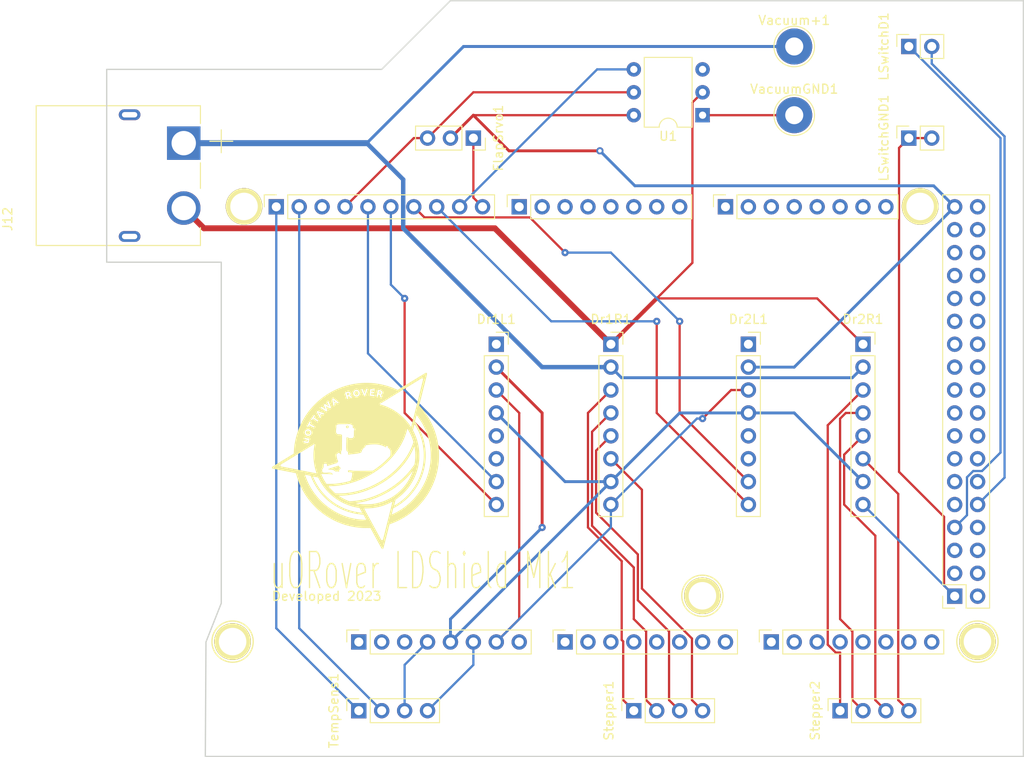
<source format=kicad_pcb>
(kicad_pcb (version 20211014) (generator pcbnew)
  (title_block (title "Life Detection Shield Mk.1") (date "mar. 31 mars 2015") (company "Designed by: Maxime Couture & Yadah Ngolo"))
  (layers (0 "F.Cu" signal) (31 "B.Cu" signal) (34 "B.Paste" user) (35 "F.Paste" user) (36 "B.SilkS" user "B.Silkscreen") (37 "F.SilkS" user "F.Silkscreen") (38 "B.Mask" user) (39 "F.Mask" user) (44 "Edge.Cuts" user))
  (net 0 "")
  (net 1 "GND")
  (net 2 "/*52")
  (net 3 "/53")
  (net 4 "/50")
  (net 5 "/51")
  (net 6 "/48")
  (net 7 "/49")
  (net 8 "/*46")
  (net 9 "/47")
  (net 10 "/*44")
  (net 11 "/*45")
  (net 12 "/42")
  (net 13 "/43")
  (net 14 "/40")
  (net 15 "/41")
  (net 16 "/38")
  (net 17 "/39")
  (net 18 "/36")
  (net 19 "/37")
  (net 20 "/34")
  (net 21 "/35")
  (net 22 "/32")
  (net 23 "/33")
  (net 24 "/30")
  (net 25 "/31")
  (net 26 "/28")
  (net 27 "/29")
  (net 28 "/26")
  (net 29 "/27")
  (net 30 "/24")
  (net 31 "/25")
  (net 32 "/22")
  (net 33 "/23")
  (net 34 "+5V")
  (net 35 "/IOREF")
  (net 36 "/A0")
  (net 37 "/A1")
  (net 38 "/A2")
  (net 39 "/A3")
  (net 40 "/A4")
  (net 41 "/A5")
  (net 42 "/A6")
  (net 43 "/A7")
  (net 44 "/A8")
  (net 45 "/A9")
  (net 46 "/A10")
  (net 47 "/A11")
  (net 48 "/A12")
  (net 49 "/A13")
  (net 50 "/A14")
  (net 51 "/A15")
  (net 52 "/AREF")
  (net 53 "/*13")
  (net 54 "/*12")
  (net 55 "/*11")
  (net 56 "/*10")
  (net 57 "/*9")
  (net 58 "/*8")
  (net 59 "/*7")
  (net 60 "/*6")
  (net 61 "/*5")
  (net 62 "/*4")
  (net 63 "/*3")
  (net 64 "/*2")
  (net 65 "/TX0{slash}1")
  (net 66 "/RX0{slash}0")
  (net 67 "+3V3")
  (net 68 "/TX3{slash}14")
  (net 69 "/RX3{slash}15")
  (net 70 "/TX2{slash}16")
  (net 71 "/RX2{slash}17")
  (net 72 "/TX1{slash}18")
  (net 73 "/RX1{slash}19")
  (net 74 "/SDA{slash}20")
  (net 75 "/SCL{slash}21")
  (net 76 "VCC")
  (net 77 "/~{RESET}")
  (net 79 "Net-(Dr1R1-Pad3)")
  (net 80 "Net-(Dr1R1-Pad4)")
  (net 81 "Net-(Dr1R1-Pad5)")
  (net 82 "Net-(Dr1R1-Pad6)")
  (net 83 "Net-(Dr2R1-Pad3)")
  (net 84 "Net-(Dr2R1-Pad4)")
  (net 85 "Net-(Dr2R1-Pad5)")
  (net 89 "Net-(Dr1R1-Pad1)")
  (net 90 "Net-(Dr2R1-Pad6)")
  (net 94 "Net-(Dr1R1-Pad2)")
  (net 96 "Net-(U1-Pad1)")
  (footprint "Connector_PinSocket_2.54mm:PinSocket_2x18_P2.54mm_Vertical" (layer "F.Cu") (at 209.22 127.94 180)
    (fp_text reference "J7" hide)
    (fp_text value "Digital")
    (pad "1" thru_hole rect locked (at 0 0 180) (size 1.7 1.7) (drill 1) (layers *.Cu *.Mask) (net 1 "GND"))
    (pad "2" thru_hole oval locked (at -2.54 0 180) (size 1.7 1.7) (drill 1) (layers *.Cu *.Mask) (net 1 "GND"))
    (pad "3" thru_hole oval locked (at 0 2.54 180) (size 1.7 1.7) (drill 1) (layers *.Cu *.Mask) (net 2 "/*52"))
    (pad "4" thru_hole oval locked (at -2.54 2.54 180) (size 1.7 1.7) (drill 1) (layers *.Cu *.Mask) (net 3 "/53"))
    (pad "5" thru_hole oval locked (at 0 5.08 180) (size 1.7 1.7) (drill 1) (layers *.Cu *.Mask) (net 4 "/50"))
    (pad "6" thru_hole oval locked (at -2.54 5.08 180) (size 1.7 1.7) (drill 1) (layers *.Cu *.Mask) (net 5 "/51"))
    (pad "7" thru_hole oval locked (at 0 7.62 180) (size 1.7 1.7) (drill 1) (layers *.Cu *.Mask) (net 6 "/48"))
    (pad "8" thru_hole oval locked (at -2.54 7.62 180) (size 1.7 1.7) (drill 1) (layers *.Cu *.Mask) (net 7 "/49"))
    (pad "9" thru_hole oval locked (at 0 10.16 180) (size 1.7 1.7) (drill 1) (layers *.Cu *.Mask) (net 8 "/*46"))
    (pad "10" thru_hole oval locked (at -2.54 10.16 180) (size 1.7 1.7) (drill 1) (layers *.Cu *.Mask) (net 9 "/47"))
    (pad "11" thru_hole oval locked (at 0 12.7 180) (size 1.7 1.7) (drill 1) (layers *.Cu *.Mask) (net 10 "/*44"))
    (pad "12" thru_hole oval locked (at -2.54 12.7 180) (size 1.7 1.7) (drill 1) (layers *.Cu *.Mask) (net 11 "/*45"))
    (pad "13" thru_hole oval locked (at 0 15.24 180) (size 1.7 1.7) (drill 1) (layers *.Cu *.Mask) (net 12 "/42"))
    (pad "14" thru_hole oval locked (at -2.54 15.24 180) (size 1.7 1.7) (drill 1) (layers *.Cu *.Mask) (net 13 "/43"))
    (pad "15" thru_hole oval locked (at 0 17.78 180) (size 1.7 1.7) (drill 1) (layers *.Cu *.Mask) (net 14 "/40"))
    (pad "16" thru_hole oval locked (at -2.54 17.78 180) (size 1.7 1.7) (drill 1) (layers *.Cu *.Mask) (net 15 "/41"))
    (pad "17" thru_hole oval locked (at 0 20.32 180) (size 1.7 1.7) (drill 1) (layers *.Cu *.Mask) (net 16 "/38"))
    (pad "18" thru_hole oval locked (at -2.54 20.32 180) (size 1.7 1.7) (drill 1) (layers *.Cu *.Mask) (net 17 "/39"))
    (pad "19" thru_hole oval locked (at 0 22.86 180) (size 1.7 1.7) (drill 1) (layers *.Cu *.Mask) (net 18 "/36"))
    (pad "20" thru_hole oval locked (at -2.54 22.86 180) (size 1.7 1.7) (drill 1) (layers *.Cu *.Mask) (net 19 "/37"))
    (pad "21" thru_hole oval locked (at 0 25.4 180) (size 1.7 1.7) (drill 1) (layers *.Cu *.Mask) (net 20 "/34"))
    (pad "22" thru_hole oval locked (at -2.54 25.4 180) (size 1.7 1.7) (drill 1) (layers *.Cu *.Mask) (net 21 "/35"))
    (pad "23" thru_hole oval locked (at 0 27.94 180) (size 1.7 1.7) (drill 1) (layers *.Cu *.Mask) (net 22 "/32"))
    (pad "24" thru_hole oval locked (at -2.54 27.94 180) (size 1.7 1.7) (drill 1) (layers *.Cu *.Mask) (net 23 "/33"))
    (pad "25" thru_hole oval locked (at 0 30.48 180) (size 1.7 1.7) (drill 1) (layers *.Cu *.Mask) (net 24 "/30"))
    (pad "26" thru_hole oval locked (at -2.54 30.48 180) (size 1.7 1.7) (drill 1) (layers *.Cu *.Mask) (net 25 "/31"))
    (pad "27" thru_hole oval locked (at 0 33.02 180) (size 1.7 1.7) (drill 1) (layers *.Cu *.Mask) (net 26 "/28"))
    (pad "28" thru_hole oval locked (at -2.54 33.02 180) (size 1.7 1.7) (drill 1) (layers *.Cu *.Mask) (net 27 "/29"))
    (pad "29" thru_hole oval locked (at 0 35.56 180) (size 1.7 1.7) (drill 1) (layers *.Cu *.Mask) (net 28 "/26"))
    (pad "30" thru_hole oval locked (at -2.54 35.56 180) (size 1.7 1.7) (drill 1) (layers *.Cu *.Mask) (net 29 "/27"))
    (pad "31" thru_hole oval locked (at 0 38.1 180) (size 1.7 1.7) (drill 1) (layers *.Cu *.Mask) (net 30 "/24"))
    (pad "32" thru_hole oval locked (at -2.54 38.1 180) (size 1.7 1.7) (drill 1) (layers *.Cu *.Mask) (net 31 "/25"))
    (pad "33" thru_hole oval locked (at 0 40.64 180) (size 1.7 1.7) (drill 1) (layers *.Cu *.Mask) (net 32 "/22"))
    (pad "34" thru_hole oval locked (at -2.54 40.64 180) (size 1.7 1.7) (drill 1) (layers *.Cu *.Mask) (net 33 "/23"))
    (pad "35" thru_hole oval locked (at 0 43.18 180) (size 1.7 1.7) (drill 1) (layers *.Cu *.Mask) (net 34 "+5V"))
    (pad "36" thru_hole oval locked (at -2.54 43.18 180) (size 1.7 1.7) (drill 1) (layers *.Cu *.Mask) (net 34 "+5V"))
  )
  (footprint "Connector_PinSocket_2.54mm:PinSocket_1x08_P2.54mm_Vertical" (layer "F.Cu") (at 143.18 133.02 90)
    (fp_text reference "J1" hide)
    (fp_text value "Power")
    (pad "1" thru_hole rect locked (at 0 0 90) (size 1.7 1.7) (drill 1) (layers *.Cu *.Mask))
    (pad "2" thru_hole oval locked (at 0 2.54 90) (size 1.7 1.7) (drill 1) (layers *.Cu *.Mask) (net 35 "/IOREF"))
    (pad "3" thru_hole oval locked (at 0 5.08 90) (size 1.7 1.7) (drill 1) (layers *.Cu *.Mask) (net 77 "/~{RESET}"))
    (pad "4" thru_hole oval locked (at 0 7.62 90) (size 1.7 1.7) (drill 1) (layers *.Cu *.Mask) (net 67 "+3V3"))
    (pad "5" thru_hole oval locked (at 0 10.16 90) (size 1.7 1.7) (drill 1) (layers *.Cu *.Mask) (net 34 "+5V"))
    (pad "6" thru_hole oval locked (at 0 12.7 90) (size 1.7 1.7) (drill 1) (layers *.Cu *.Mask) (net 1 "GND"))
    (pad "7" thru_hole oval locked (at 0 15.24 90) (size 1.7 1.7) (drill 1) (layers *.Cu *.Mask) (net 1 "GND"))
    (pad "8" thru_hole oval locked (at 0 17.78 90) (size 1.7 1.7) (drill 1) (layers *.Cu *.Mask) (net 76 "VCC"))
  )
  (footprint "Connector_PinSocket_2.54mm:PinSocket_1x08_P2.54mm_Vertical" (layer "F.Cu") (at 166.04 133.02 90)
    (fp_text reference "J3" hide)
    (fp_text value "Analog")
    (pad "1" thru_hole rect locked (at 0 0 90) (size 1.7 1.7) (drill 1) (layers *.Cu *.Mask) (net 36 "/A0"))
    (pad "2" thru_hole oval locked (at 0 2.54 90) (size 1.7 1.7) (drill 1) (layers *.Cu *.Mask) (net 37 "/A1"))
    (pad "3" thru_hole oval locked (at 0 5.08 90) (size 1.7 1.7) (drill 1) (layers *.Cu *.Mask) (net 38 "/A2"))
    (pad "4" thru_hole oval locked (at 0 7.62 90) (size 1.7 1.7) (drill 1) (layers *.Cu *.Mask) (net 39 "/A3"))
    (pad "5" thru_hole oval locked (at 0 10.16 90) (size 1.7 1.7) (drill 1) (layers *.Cu *.Mask) (net 40 "/A4"))
    (pad "6" thru_hole oval locked (at 0 12.7 90) (size 1.7 1.7) (drill 1) (layers *.Cu *.Mask) (net 41 "/A5"))
    (pad "7" thru_hole oval locked (at 0 15.24 90) (size 1.7 1.7) (drill 1) (layers *.Cu *.Mask) (net 42 "/A6"))
    (pad "8" thru_hole oval locked (at 0 17.78 90) (size 1.7 1.7) (drill 1) (layers *.Cu *.Mask) (net 43 "/A7"))
  )
  (footprint "Connector_PinSocket_2.54mm:PinSocket_1x08_P2.54mm_Vertical" (layer "F.Cu") (at 188.9 133.02 90)
    (fp_text reference "J5" hide)
    (fp_text value "Analog")
    (pad "1" thru_hole rect locked (at 0 0 90) (size 1.7 1.7) (drill 1) (layers *.Cu *.Mask) (net 44 "/A8"))
    (pad "2" thru_hole oval locked (at 0 2.54 90) (size 1.7 1.7) (drill 1) (layers *.Cu *.Mask) (net 45 "/A9"))
    (pad "3" thru_hole oval locked (at 0 5.08 90) (size 1.7 1.7) (drill 1) (layers *.Cu *.Mask) (net 46 "/A10"))
    (pad "4" thru_hole oval locked (at 0 7.62 90) (size 1.7 1.7) (drill 1) (layers *.Cu *.Mask) (net 47 "/A11"))
    (pad "5" thru_hole oval locked (at 0 10.16 90) (size 1.7 1.7) (drill 1) (layers *.Cu *.Mask) (net 48 "/A12"))
    (pad "6" thru_hole oval locked (at 0 12.7 90) (size 1.7 1.7) (drill 1) (layers *.Cu *.Mask) (net 49 "/A13"))
    (pad "7" thru_hole oval locked (at 0 15.24 90) (size 1.7 1.7) (drill 1) (layers *.Cu *.Mask) (net 50 "/A14"))
    (pad "8" thru_hole oval locked (at 0 17.78 90) (size 1.7 1.7) (drill 1) (layers *.Cu *.Mask) (net 51 "/A15"))
  )
  (footprint "Connector_PinSocket_2.54mm:PinSocket_1x10_P2.54mm_Vertical" (layer "F.Cu") (at 134.036 84.76 90)
    (fp_text reference "J2" hide)
    (fp_text value "PWM")
    (pad "1" thru_hole rect locked (at 0 0 90) (size 1.7 1.7) (drill 1) (layers *.Cu *.Mask) (net 75 "/SCL{slash}21"))
    (pad "2" thru_hole oval locked (at 0 2.54 90) (size 1.7 1.7) (drill 1) (layers *.Cu *.Mask) (net 74 "/SDA{slash}20"))
    (pad "3" thru_hole oval locked (at 0 5.08 90) (size 1.7 1.7) (drill 1) (layers *.Cu *.Mask) (net 52 "/AREF"))
    (pad "4" thru_hole oval locked (at 0 7.62 90) (size 1.7 1.7) (drill 1) (layers *.Cu *.Mask) (net 1 "GND"))
    (pad "5" thru_hole oval locked (at 0 10.16 90) (size 1.7 1.7) (drill 1) (layers *.Cu *.Mask) (net 53 "/*13"))
    (pad "6" thru_hole oval locked (at 0 12.7 90) (size 1.7 1.7) (drill 1) (layers *.Cu *.Mask) (net 54 "/*12"))
    (pad "7" thru_hole oval locked (at 0 15.24 90) (size 1.7 1.7) (drill 1) (layers *.Cu *.Mask) (net 55 "/*11"))
    (pad "8" thru_hole oval locked (at 0 17.78 90) (size 1.7 1.7) (drill 1) (layers *.Cu *.Mask) (net 56 "/*10"))
    (pad "9" thru_hole oval locked (at 0 20.32 90) (size 1.7 1.7) (drill 1) (layers *.Cu *.Mask) (net 57 "/*9"))
    (pad "10" thru_hole oval locked (at 0 22.86 90) (size 1.7 1.7) (drill 1) (layers *.Cu *.Mask) (net 58 "/*8"))
  )
  (footprint "Connector_PinSocket_2.54mm:PinSocket_1x08_P2.54mm_Vertical" (layer "F.Cu") (at 160.96 84.76 90)
    (fp_text reference "J4" hide)
    (fp_text value "PWM")
    (pad "1" thru_hole rect locked (at 0 0 90) (size 1.7 1.7) (drill 1) (layers *.Cu *.Mask) (net 59 "/*7"))
    (pad "2" thru_hole oval locked (at 0 2.54 90) (size 1.7 1.7) (drill 1) (layers *.Cu *.Mask) (net 60 "/*6"))
    (pad "3" thru_hole oval locked (at 0 5.08 90) (size 1.7 1.7) (drill 1) (layers *.Cu *.Mask) (net 61 "/*5"))
    (pad "4" thru_hole oval locked (at 0 7.62 90) (size 1.7 1.7) (drill 1) (layers *.Cu *.Mask) (net 62 "/*4"))
    (pad "5" thru_hole oval locked (at 0 10.16 90) (size 1.7 1.7) (drill 1) (layers *.Cu *.Mask) (net 63 "/*3"))
    (pad "6" thru_hole oval locked (at 0 12.7 90) (size 1.7 1.7) (drill 1) (layers *.Cu *.Mask) (net 64 "/*2"))
    (pad "7" thru_hole oval locked (at 0 15.24 90) (size 1.7 1.7) (drill 1) (layers *.Cu *.Mask) (net 65 "/TX0{slash}1"))
    (pad "8" thru_hole oval locked (at 0 17.78 90) (size 1.7 1.7) (drill 1) (layers *.Cu *.Mask) (net 66 "/RX0{slash}0"))
  )
  (footprint "Connector_PinSocket_2.54mm:PinSocket_1x08_P2.54mm_Vertical" (layer "F.Cu") (at 183.82 84.76 90)
    (fp_text reference "J6" hide)
    (fp_text value "Communication")
    (pad "1" thru_hole rect locked (at 0 0 90) (size 1.7 1.7) (drill 1) (layers *.Cu *.Mask) (net 68 "/TX3{slash}14"))
    (pad "2" thru_hole oval locked (at 0 2.54 90) (size 1.7 1.7) (drill 1) (layers *.Cu *.Mask) (net 69 "/RX3{slash}15"))
    (pad "3" thru_hole oval locked (at 0 5.08 90) (size 1.7 1.7) (drill 1) (layers *.Cu *.Mask) (net 70 "/TX2{slash}16"))
    (pad "4" thru_hole oval locked (at 0 7.62 90) (size 1.7 1.7) (drill 1) (layers *.Cu *.Mask) (net 71 "/RX2{slash}17"))
    (pad "5" thru_hole oval locked (at 0 10.16 90) (size 1.7 1.7) (drill 1) (layers *.Cu *.Mask) (net 72 "/TX1{slash}18"))
    (pad "6" thru_hole oval locked (at 0 12.7 90) (size 1.7 1.7) (drill 1) (layers *.Cu *.Mask) (net 73 "/RX1{slash}19"))
    (pad "7" thru_hole oval locked (at 0 15.24 90) (size 1.7 1.7) (drill 1) (layers *.Cu *.Mask) (net 74 "/SDA{slash}20"))
    (pad "8" thru_hole oval locked (at 0 17.78 90) (size 1.7 1.7) (drill 1) (layers *.Cu *.Mask) (net 75 "/SCL{slash}21"))
  )
  (footprint "TestPoint:TestPoint_THTPad_D4.0mm_Drill2.0mm" (layer "F.Cu") (at 191.44 74.6)
    (fp_text reference "VacuumGND1" (at 0 -2.898) (layer "F.SilkS"))
    (fp_text value "Conn_01x01")
    (pad "1" thru_hole circle (at 0 0) (size 4 4) (drill 2) (layers *.Cu *.Mask) (net 96 "Net-(U1-Pad1)"))
  )
  (footprint "" (layer "F.Cu") (at 205.393084 84.719878)
    (fp_text reference "" (at 0 0) (layer "F.SilkS") (effects (font (size 1.27 1.27))))
    (fp_text value "" (at 0 0) (layer "F.SilkS") (effects (font (size 1.27 1.27))))
    (pad "1" thru_hole circle locked (at 0 0) (size 4.064 4.064) (drill 3.048) (layers F&B.Cu *.Mask "F.SilkS"))
  )
  (footprint "Connector_PinSocket_2.54mm:PinSocket_1x08_P2.54mm_Vertical" (layer "F.Cu") (at 158.42 100)
    (fp_text reference "Dr1L1" (at 0 -2.77) (layer "F.SilkS"))
    (fp_text value "Conn_01x08")
    (pad "1" thru_hole rect (at 0 0) (size 1.7 1.7) (drill 1) (layers *.Cu *.Mask))
    (pad "2" thru_hole oval (at 0 2.54) (size 1.7 1.7) (drill 1) (layers *.Cu *.Mask) (net 34 "+5V"))
    (pad "3" thru_hole oval (at 0 5.08) (size 1.7 1.7) (drill 1) (layers *.Cu *.Mask) (net 1 "GND"))
    (pad "4" thru_hole oval (at 0 7.62) (size 1.7 1.7) (drill 1) (layers *.Cu *.Mask) (net 34 "+5V"))
    (pad "5" thru_hole oval (at 0 10.16) (size 1.7 1.7) (drill 1) (layers *.Cu *.Mask))
    (pad "6" thru_hole oval (at 0 12.7) (size 1.7 1.7) (drill 1) (layers *.Cu *.Mask))
    (pad "7" thru_hole oval (at 0 15.24) (size 1.7 1.7) (drill 1) (layers *.Cu *.Mask) (net 53 "/*13"))
    (pad "8" thru_hole oval (at 0 17.78) (size 1.7 1.7) (drill 1) (layers *.Cu *.Mask) (net 54 "/*12"))
  )
  (footprint "Socket_Arduino_Mega:Arduino_1pin" (layer "F.Cu") (at 181.263084 127.899878)
    (fp_text reference "P9" hide)
    (fp_text value "CONN_01X01" hide)
    (pad "1" thru_hole circle locked (at 0 0) (size 4.064 4.064) (drill 3.048) (layers F&B.Cu *.Mask "F.SilkS"))
  )
  (footprint "TestPoint:TestPoint_THTPad_D4.0mm_Drill2.0mm" (layer "F.Cu") (at 191.44 66.98)
    (fp_text reference "Vacuum+1" (at 0 -2.898) (layer "F.SilkS"))
    (fp_text value "Conn_01x01")
    (pad "1" thru_hole circle (at 0 0) (size 4 4) (drill 2) (layers *.Cu *.Mask) (net 94 "Net-(Dr1R1-Pad2)"))
  )
  (footprint "Connector_PinSocket_2.54mm:PinSocket_1x02_P2.54mm_Vertical" (layer "F.Cu") (at 204.14 66.98 90)
    (fp_text reference "LSwitchD1" (at 0 -2.77 90) (layer "F.SilkS"))
    (fp_text value "Conn_01x02")
    (pad "1" thru_hole rect (at 0 0 90) (size 1.7 1.7) (drill 1) (layers *.Cu *.Mask) (net 6 "/48"))
    (pad "2" thru_hole oval (at 0 2.54 90) (size 1.7 1.7) (drill 1) (layers *.Cu *.Mask) (net 9 "/47"))
  )
  (footprint "Connector_PinSocket_2.54mm:PinSocket_1x08_P2.54mm_Vertical" (layer "F.Cu") (at 186.36 100)
    (fp_text reference "Dr2L1" (at 0 -2.77) (layer "F.SilkS"))
    (fp_text value "Conn_01x08")
    (pad "1" thru_hole rect (at 0 0) (size 1.7 1.7) (drill 1) (layers *.Cu *.Mask))
    (pad "2" thru_hole oval (at 0 2.54) (size 1.7 1.7) (drill 1) (layers *.Cu *.Mask) (net 34 "+5V"))
    (pad "3" thru_hole oval (at 0 5.08) (size 1.7 1.7) (drill 1) (layers *.Cu *.Mask) (net 1 "GND"))
    (pad "4" thru_hole oval (at 0 7.62) (size 1.7 1.7) (drill 1) (layers *.Cu *.Mask) (net 34 "+5V"))
    (pad "5" thru_hole oval (at 0 10.16) (size 1.7 1.7) (drill 1) (layers *.Cu *.Mask))
    (pad "6" thru_hole oval (at 0 12.7) (size 1.7 1.7) (drill 1) (layers *.Cu *.Mask))
    (pad "7" thru_hole oval (at 0 15.24) (size 1.7 1.7) (drill 1) (layers *.Cu *.Mask) (net 55 "/*11"))
    (pad "8" thru_hole oval (at 0 17.78) (size 1.7 1.7) (drill 1) (layers *.Cu *.Mask) (net 56 "/*10"))
  )
  (footprint "Connector_PinSocket_2.54mm:PinSocket_1x04_P2.54mm_Vertical" (layer "F.Cu") (at 143.18 140.64 90)
    (fp_text reference "TempSens1" (at 0 -2.77 90) (layer "F.SilkS"))
    (fp_text value "Conn_01x04")
    (pad "1" thru_hole rect (at 0 0 90) (size 1.7 1.7) (drill 1) (layers *.Cu *.Mask) (net 75 "/SCL{slash}21"))
    (pad "2" thru_hole oval (at 0 2.54 90) (size 1.7 1.7) (drill 1) (layers *.Cu *.Mask) (net 74 "/SDA{slash}20"))
    (pad "3" thru_hole oval (at 0 5.08 90) (size 1.7 1.7) (drill 1) (layers *.Cu *.Mask) (net 67 "+3V3"))
    (pad "4" thru_hole oval (at 0 7.62 90) (size 1.7 1.7) (drill 1) (layers *.Cu *.Mask) (net 1 "GND"))
  )
  (footprint "Socket_Arduino_Mega:Arduino_1pin" (layer "F.Cu") (at 129.193084 132.979878)
    (fp_text reference "P8" hide)
    (fp_text value "CONN_01X01" hide)
    (pad "1" thru_hole circle locked (at 0 0) (size 4.064 4.064) (drill 3.048) (layers F&B.Cu *.Mask "F.SilkS"))
  )
  (footprint "Connector_PinSocket_2.54mm:PinSocket_1x04_P2.54mm_Vertical" (layer "F.Cu") (at 173.66 140.64 90)
    (fp_text reference "Stepper1" (at 0 -2.77 90) (layer "F.SilkS"))
    (fp_text value "Conn_01x04")
    (pad "1" thru_hole rect (at 0 0 90) (size 1.7 1.7) (drill 1) (layers *.Cu *.Mask) (net 79 "Net-(Dr1R1-Pad3)"))
    (pad "2" thru_hole oval (at 0 2.54 90) (size 1.7 1.7) (drill 1) (layers *.Cu *.Mask) (net 80 "Net-(Dr1R1-Pad4)"))
    (pad "3" thru_hole oval (at 0 5.08 90) (size 1.7 1.7) (drill 1) (layers *.Cu *.Mask) (net 81 "Net-(Dr1R1-Pad5)"))
    (pad "4" thru_hole oval (at 0 7.62 90) (size 1.7 1.7) (drill 1) (layers *.Cu *.Mask) (net 82 "Net-(Dr1R1-Pad6)"))
  )
  (footprint "Connector_PinSocket_2.54mm:PinSocket_1x08_P2.54mm_Vertical" (layer "F.Cu") (at 199.06 100)
    (fp_text reference "Dr2R1" (at 0 -2.77) (layer "F.SilkS"))
    (fp_text value "Conn_01x08")
    (pad "1" thru_hole rect (at 0 0) (size 1.7 1.7) (drill 1) (layers *.Cu *.Mask) (net 89 "Net-(Dr1R1-Pad1)"))
    (pad "2" thru_hole oval (at 0 2.54) (size 1.7 1.7) (drill 1) (layers *.Cu *.Mask) (net 94 "Net-(Dr1R1-Pad2)"))
    (pad "3" thru_hole oval (at 0 5.08) (size 1.7 1.7) (drill 1) (layers *.Cu *.Mask) (net 83 "Net-(Dr2R1-Pad3)"))
    (pad "4" thru_hole oval (at 0 7.62) (size 1.7 1.7) (drill 1) (layers *.Cu *.Mask) (net 84 "Net-(Dr2R1-Pad4)"))
    (pad "5" thru_hole oval (at 0 10.16) (size 1.7 1.7) (drill 1) (layers *.Cu *.Mask) (net 85 "Net-(Dr2R1-Pad5)"))
    (pad "6" thru_hole oval (at 0 12.7) (size 1.7 1.7) (drill 1) (layers *.Cu *.Mask) (net 90 "Net-(Dr2R1-Pad6)"))
    (pad "7" thru_hole oval (at 0 15.24) (size 1.7 1.7) (drill 1) (layers *.Cu *.Mask) (net 34 "+5V"))
    (pad "8" thru_hole oval (at 0 17.78) (size 1.7 1.7) (drill 1) (layers *.Cu *.Mask) (net 1 "GND"))
  )
  (footprint "Connector_PinSocket_2.54mm:PinSocket_1x04_P2.54mm_Vertical" (layer "F.Cu") (at 196.52 140.64 90)
    (fp_text reference "Stepper2" (at 0 -2.77 90) (layer "F.SilkS"))
    (fp_text value "Conn_01x04")
    (pad "1" thru_hole rect (at 0 0 90) (size 1.7 1.7) (drill 1) (layers *.Cu *.Mask) (net 83 "Net-(Dr2R1-Pad3)"))
    (pad "2" thru_hole oval (at 0 2.54 90) (size 1.7 1.7) (drill 1) (layers *.Cu *.Mask) (net 84 "Net-(Dr2R1-Pad4)"))
    (pad "3" thru_hole oval (at 0 5.08 90) (size 1.7 1.7) (drill 1) (layers *.Cu *.Mask) (net 85 "Net-(Dr2R1-Pad5)"))
    (pad "4" thru_hole oval (at 0 7.62 90) (size 1.7 1.7) (drill 1) (layers *.Cu *.Mask) (net 90 "Net-(Dr2R1-Pad6)"))
  )
  (footprint "XT60PW-M:AMASS_XT60PW-M" (layer "F.Cu") (at 117.78 81.3 90)
    (fp_text reference "J12" (at -4.8236 -13.51498 90) (layer "F.SilkS") (effects (font (size 1.000441 1.000441))))
    (fp_text value "XT60PW-M")
    (pad "1" thru_hole rect locked (at 3.6 6 90) (size 3.716 3.716) (drill 2.7) (layers *.Cu *.Mask) (net 94 "Net-(Dr1R1-Pad2)"))
    (pad "2" thru_hole circle locked (at -3.6 6 90) (size 3.716 3.716) (drill 2.7) (layers *.Cu *.Mask) (net 89 "Net-(Dr1R1-Pad1)"))
    (pad "S1" thru_hole oval locked (at 6.75 0 90) (size 1.2 2.4) (drill oval 0.6 1.7) (layers *.Cu *.Mask))
    (pad "S2" thru_hole oval locked (at -6.75 0 90) (size 1.2 2.4) (drill oval 0.6 1.7) (layers *.Cu *.Mask))
  )
  (footprint "Connector_PinSocket_2.54mm:PinSocket_1x08_P2.54mm_Vertical" (layer "F.Cu") (at 171.12 100)
    (fp_text reference "Dr1R1" (at 0 -2.77) (layer "F.SilkS"))
    (fp_text value "Conn_01x08")
    (pad "1" thru_hole rect (at 0 0) (size 1.7 1.7) (drill 1) (layers *.Cu *.Mask) (net 89 "Net-(Dr1R1-Pad1)"))
    (pad "2" thru_hole oval (at 0 2.54) (size 1.7 1.7) (drill 1) (layers *.Cu *.Mask) (net 94 "Net-(Dr1R1-Pad2)"))
    (pad "3" thru_hole oval (at 0 5.08) (size 1.7 1.7) (drill 1) (layers *.Cu *.Mask) (net 79 "Net-(Dr1R1-Pad3)"))
    (pad "4" thru_hole oval (at 0 7.62) (size 1.7 1.7) (drill 1) (layers *.Cu *.Mask) (net 80 "Net-(Dr1R1-Pad4)"))
    (pad "5" thru_hole oval (at 0 10.16) (size 1.7 1.7) (drill 1) (layers *.Cu *.Mask) (net 81 "Net-(Dr1R1-Pad5)"))
    (pad "6" thru_hole oval (at 0 12.7) (size 1.7 1.7) (drill 1) (layers *.Cu *.Mask) (net 82 "Net-(Dr1R1-Pad6)"))
    (pad "7" thru_hole oval (at 0 15.24) (size 1.7 1.7) (drill 1) (layers *.Cu *.Mask) (net 34 "+5V"))
    (pad "8" thru_hole oval (at 0 17.78) (size 1.7 1.7) (drill 1) (layers *.Cu *.Mask) (net 1 "GND"))
  )
  (footprint "" (layer "F.Cu") (at 130.463084 84.719878)
    (fp_text reference "" (at 0 0) (layer "F.SilkS") (effects (font (size 1.27 1.27))))
    (fp_text value "" (at 0 0) (layer "F.SilkS") (effects (font (size 1.27 1.27))))
    (pad "1" thru_hole circle locked (at 0 0) (size 4.064 4.064) (drill 3.048) (layers F&B.Cu *.Mask "F.SilkS"))
  )
  (footprint "Package_DIP:DIP-6_W7.62mm" (layer "F.Cu") (at 181.28 74.6 180)
    (fp_text reference "U1" (at 3.81 -2.33) (layer "F.SilkS"))
    (fp_text value "TLP3545")
    (pad "1" thru_hole rect (at 0 0 180) (size 1.6 1.6) (drill 0.8) (layers *.Cu *.Mask) (net 96 "Net-(U1-Pad1)"))
    (pad "2" thru_hole oval (at 0 2.54 180) (size 1.6 1.6) (drill 0.8) (layers *.Cu *.Mask) (net 89 "Net-(Dr1R1-Pad1)"))
    (pad "3" thru_hole oval (at 0 5.08 180) (size 1.6 1.6) (drill 0.8) (layers *.Cu *.Mask))
    (pad "4" thru_hole oval (at 7.62 5.08 180) (size 1.6 1.6) (drill 0.8) (layers *.Cu *.Mask) (net 57 "/*9"))
    (pad "5" thru_hole oval (at 7.62 2.54 180) (size 1.6 1.6) (drill 0.8) (layers *.Cu *.Mask) (net 1 "GND"))
    (pad "6" thru_hole oval (at 7.62 0 180) (size 1.6 1.6) (drill 0.8) (layers *.Cu *.Mask) (net 34 "+5V"))
  )
  (footprint "Connector_PinSocket_2.54mm:PinSocket_1x03_P2.54mm_Vertical" (layer "F.Cu") (at 155.88 77.14 -90)
    (fp_text reference "FlapSrvo1" (at 0 -2.77 90) (layer "F.SilkS"))
    (fp_text value "Conn_01x03")
    (pad "1" thru_hole rect (at 0 0 270) (size 1.7 1.7) (drill 1) (layers *.Cu *.Mask) (net 58 "/*8"))
    (pad "2" thru_hole oval (at 0 2.54 270) (size 1.7 1.7) (drill 1) (layers *.Cu *.Mask) (net 34 "+5V"))
    (pad "3" thru_hole oval (at 0 5.08 270) (size 1.7 1.7) (drill 1) (layers *.Cu *.Mask) (net 1 "GND"))
  )
  (footprint "Connector_PinSocket_2.54mm:PinSocket_1x02_P2.54mm_Vertical" (layer "F.Cu") (at 204.14 77.14 90)
    (fp_text reference "LSwitchGND1" (at 0 -2.77 90) (layer "F.SilkS"))
    (fp_text value "Conn_01x02")
    (pad "1" thru_hole rect (at 0 0 90) (size 1.7 1.7) (drill 1) (layers *.Cu *.Mask) (net 1 "GND"))
    (pad "2" thru_hole oval (at 0 2.54 90) (size 1.7 1.7) (drill 1) (layers *.Cu *.Mask) (net 1 "GND"))
  )
  (footprint "Graphics and Logos:uORover20mm" (layer "F.Cu") (at 143.18 112.7)
    (fp_text reference "G***" hide)
    (fp_text value "LOGO" hide)
  )
  (footprint "Socket_Arduino_Mega:Arduino_1pin" (layer "F.Cu") (at 211.743084 132.979878)
    (fp_text reference "P10" hide)
    (fp_text value "CONN_01X01" hide)
    (pad "1" thru_hole circle locked (at 0 0) (size 4.064 4.064) (drill 3.048) (layers F&B.Cu *.Mask "F.SilkS"))
  )
  (gr_poly (pts (xy 216.84 145.72) (xy 126.173225 145.72) (xy 126.243678 133.02) (xy 127.94 128.720583) (xy 127.94 90.904251) (xy 115.24 90.904251) (xy 115.24 69.52) (xy 145.72 69.52) (xy 153.34 61.9) (xy 216.84 61.9)) (layer "Edge.Cuts") (width 0.15) (fill none))
  (gr_text "uORover LDShield Mk1" (at 150.292 125.146) (layer "F.SilkS") (effects (font (size 4 2))))
  (gr_text "Developed 2023" (at 139.624 127.94) (layer "F.SilkS") (effects (font (size 1 1))))
  (segment (start 181.28 108.2445) (end 184.4445 105.08) (width 0.25) (layer "F.Cu") (net 1))
  (segment (start 204.14 77.14) (end 203.053 78.227) (width 0.25) (layer "F.Cu") (net 1))
  (segment (start 158.42 105.08) (end 160.96 107.62) (width 0.25) (layer "F.Cu") (net 1))
  (segment (start 155.88 72.06) (end 150.8 77.14) (width 0.25) (layer "F.Cu") (net 1))
  (segment (start 160.96 130.48) (end 158.42 133.02) (width 0.25) (layer "F.Cu") (net 1))
  (segment (start 208.045 119.145) (end 208.045 126.765) (width 0.25) (layer "F.Cu") (net 1))
  (segment (start 203.053 114.153) (end 208.045 119.145) (width 0.25) (layer "F.Cu") (net 1))
  (segment (start 149.276 77.14) (end 141.656 84.76) (width 0.25) (layer "F.Cu") (net 1))
  (segment (start 173.66 72.06) (end 155.88 72.06) (width 0.25) (layer "F.Cu") (net 1))
  (segment (start 206.68 77.14) (end 204.14 77.14) (width 0.25) (layer "F.Cu") (net 1))
  (segment (start 203.053 78.227) (end 203.053 114.153) (width 0.25) (layer "F.Cu") (net 1))
  (segment (start 208.045 126.765) (end 209.22 127.94) (width 0.25) (layer "F.Cu") (net 1))
  (segment (start 160.96 107.62) (end 160.96 130.48) (width 0.25) (layer "F.Cu") (net 1))
  (segment (start 150.8 77.14) (end 149.276 77.14) (width 0.25) (layer "F.Cu") (net 1))
  (segment (start 184.4445 105.08) (end 186.36 105.08) (width 0.25) (layer "F.Cu") (net 1))
  (via (at 186.36 105.08) (size 0.6) (drill 0.3) (layers "F.Cu" "B.Cu") (net 1))
  (via (at 181.28 108.2445) (size 0.8) (drill 0.3) (layers "F.Cu" "B.Cu") (net 1))
  (segment (start 171.12 117.78) (end 180.6555 108.2445) (width 0.25) (layer "B.Cu") (net 1))
  (segment (start 171.12 120.32) (end 171.12 117.78) (width 0.25) (layer "B.Cu") (net 1))
  (segment (start 180.6555 108.2445) (end 181.28 108.2445) (width 0.25) (layer "B.Cu") (net 1))
  (segment (start 155.88 135.56) (end 155.88 133.02) (width 0.25) (layer "B.Cu") (net 1))
  (segment (start 150.8 140.64) (end 155.88 135.56) (width 0.25) (layer "B.Cu") (net 1))
  (segment (start 199.06 117.78) (end 209.22 127.94) (width 0.25) (layer "B.Cu") (net 1))
  (segment (start 158.42 133.02) (end 171.12 120.32) (width 0.25) (layer "B.Cu") (net 1))
  (segment (start 214.3 77.14) (end 214.3 112.011701) (width 0.25) (layer "B.Cu") (net 6))
  (segment (start 212.246701 114.065) (end 211.273299 114.065) (width 0.25) (layer "B.Cu") (net 6))
  (segment (start 204.14 66.98) (end 214.3 77.14) (width 0.25) (layer "B.Cu") (net 6))
  (segment (start 214.3 112.011701) (end 212.246701 114.065) (width 0.25) (layer "B.Cu") (net 6))
  (segment (start 210.585 118.955) (end 209.22 120.32) (width 0.25) (layer "B.Cu") (net 6))
  (segment (start 211.273299 114.065) (end 210.585 114.753299) (width 0.25) (layer "B.Cu") (net 6))
  (segment (start 210.585 114.753299) (end 210.585 118.955) (width 0.25) (layer "B.Cu") (net 6))
  (segment (start 206.68 66.98) (end 206.68 68.883604) (width 0.25) (layer "B.Cu") (net 9))
  (segment (start 206.68 68.883604) (end 214.75 76.953604) (width 0.25) (layer "B.Cu") (net 9))
  (segment (start 214.75 76.953604) (end 214.75 114.79) (width 0.25) (layer "B.Cu") (net 9))
  (segment (start 214.75 114.79) (end 211.76 117.78) (width 0.25) (layer "B.Cu") (net 9))
  (segment (start 173.66 74.6) (end 155.88 74.6) (width 0.25) (layer "F.Cu") (net 34))
  (segment (start 158.42 102.54) (end 163.5 107.62) (width 0.32) (layer "F.Cu") (net 34))
  (segment (start 163.5 107.62) (end 163.5 120.32) (width 0.32) (layer "F.Cu") (net 34))
  (segment (start 155.88 74.6) (end 153.34 77.14) (width 0.32) (layer "F.Cu") (net 34))
  (segment (start 159.8325 78.5525) (end 155.88 74.6) (width 0.32) (layer "F.Cu") (net 34))
  (segment (start 169.9025 78.5525) (end 159.8325 78.5525) (width 0.32) (layer "F.Cu") (net 34))
  (via (at 153.34 133.02) (size 0.6) (drill 0.3) (layers "F.Cu" "B.Cu") (net 34))
  (via (at 163.5 120.32) (size 0.8) (drill 0.3) (layers "F.Cu" "B.Cu") (net 34))
  (via (at 169.9025 78.5525) (size 0.8) (drill 0.4) (layers "F.Cu" "B.Cu") (net 34))
  (segment (start 191.44 102.54) (end 209.22 84.76) (width 0.32) (layer "B.Cu") (net 34))
  (segment (start 178.74 107.62) (end 186.36 107.62) (width 0.32) (layer "B.Cu") (net 34))
  (segment (start 153.34 133.02) (end 171.12 115.24) (width 0.32) (layer "B.Cu") (net 34))
  (segment (start 206.888 82.428) (end 209.22 84.76) (width 0.32) (layer "B.Cu") (net 34))
  (segment (start 169.9025 78.5525) (end 173.778 82.428) (width 0.32) (layer "B.Cu") (net 34))
  (segment (start 191.44 107.62) (end 186.36 107.62) (width 0.32) (layer "B.Cu") (net 34))
  (segment (start 166.04 115.24) (end 171.12 115.24) (width 0.32) (layer "B.Cu") (net 34))
  (segment (start 158.42 107.62) (end 166.04 115.24) (width 0.32) (layer "B.Cu") (net 34))
  (segment (start 173.778 82.428) (end 206.888 82.428) (width 0.32) (layer "B.Cu") (net 34))
  (segment (start 153.34 130.48) (end 153.34 133.02) (width 0.32) (layer "B.Cu") (net 34))
  (segment (start 186.36 102.54) (end 191.44 102.54) (width 0.32) (layer "B.Cu") (net 34))
  (segment (start 199.06 115.24) (end 191.44 107.62) (width 0.32) (layer "B.Cu") (net 34))
  (segment (start 163.5 120.32) (end 153.34 130.48) (width 0.32) (layer "B.Cu") (net 34))
  (segment (start 171.12 115.24) (end 178.74 107.62) (width 0.32) (layer "B.Cu") (net 34))
  (segment (start 144.196 101.016) (end 144.196 84.76) (width 0.25) (layer "B.Cu") (net 53))
  (segment (start 158.42 115.24) (end 144.196 101.016) (width 0.25) (layer "B.Cu") (net 53))
  (segment (start 158.42 117.78) (end 148.26 107.62) (width 0.25) (layer "F.Cu") (net 54))
  (segment (start 148.26 107.62) (end 148.26 94.92) (width 0.25) (layer "F.Cu") (net 54))
  (via (at 146.736 84.76) (size 0.6) (drill 0.3) (layers "F.Cu" "B.Cu") (net 54))
  (via (at 148.26 94.92) (size 0.8) (drill 0.3) (layers "F.Cu" "B.Cu") (net 54))
  (segment (start 146.736 93.396) (end 146.736 84.76) (width 0.25) (layer "B.Cu") (net 54))
  (segment (start 148.26 94.92) (end 146.736 93.396) (width 0.25) (layer "B.Cu") (net 54))
  (segment (start 150.451 85.935) (end 149.276 84.76) (width 0.25) (layer "F.Cu") (net 55))
  (segment (start 162.135 85.935) (end 150.451 85.935) (width 0.25) (layer "F.Cu") (net 55))
  (segment (start 186.36 115.24) (end 178.74 107.62) (width 0.25) (layer "F.Cu") (net 55))
  (segment (start 178.74 107.62) (end 178.74 97.46) (width 0.25) (layer "F.Cu") (net 55))
  (segment (start 166.04 89.84) (end 162.135 85.935) (width 0.25) (layer "F.Cu") (net 55))
  (via (at 178.74 97.46) (size 0.8) (drill 0.3) (layers "F.Cu" "B.Cu") (net 55))
  (via (at 178.74 97.46) (size 0.6) (drill 0.3) (layers "F.Cu" "B.Cu") (net 55))
  (via (at 166.04 89.84) (size 0.8) (drill 0.3) (layers "F.Cu" "B.Cu") (net 55))
  (via (at 178.74 97.46) (size 0.6) (drill 0.3) (layers "F.Cu" "B.Cu") (net 55))
  (segment (start 171.12 89.84) (end 166.04 89.84) (width 0.25) (layer "B.Cu") (net 55))
  (segment (start 178.74 97.46) (end 171.12 89.84) (width 0.25) (layer "B.Cu") (net 55))
  (segment (start 186.36 117.78) (end 176.2 107.62) (width 0.25) (layer "F.Cu") (net 56))
  (segment (start 176.2 107.62) (end 176.2 97.46) (width 0.25) (layer "F.Cu") (net 56))
  (via (at 176.2 97.46) (size 0.8) (drill 0.3) (layers "F.Cu" "B.Cu") (net 56))
  (via (at 151.816 84.76) (size 0.6) (drill 0.3) (layers "F.Cu" "B.Cu") (net 56))
  (segment (start 176.2 97.46) (end 164.516 97.46) (width 0.25) (layer "B.Cu") (net 56))
  (segment (start 164.516 97.46) (end 151.816 84.76) (width 0.25) (layer "B.Cu") (net 56))
  (segment (start 173.66 69.52) (end 169.596 69.52) (width 0.25) (layer "B.Cu") (net 57))
  (segment (start 169.596 69.52) (end 154.356 84.76) (width 0.25) (layer "B.Cu") (net 57))
  (segment (start 155.88 77.14) (end 155.88 83.744) (width 0.25) (layer "F.Cu") (net 58))
  (segment (start 155.88 83.744) (end 156.896 84.76) (width 0.25) (layer "F.Cu") (net 58))
  (segment (start 148.26 140.64) (end 148.26 135.56) (width 0.25) (layer "B.Cu") (net 67))
  (segment (start 148.26 135.56) (end 150.8 133.02) (width 0.25) (layer "B.Cu") (net 67))
  (segment (start 145.72 140.64) (end 136.576 131.496) (width 0.25) (layer "B.Cu") (net 74))
  (segment (start 136.576 131.496) (end 136.576 84.76) (width 0.25) (layer "B.Cu") (net 74))
  (segment (start 134.036 131.496) (end 134.036 84.76) (width 0.25) (layer "B.Cu") (net 75))
  (segment (start 143.18 140.64) (end 134.036 131.496) (width 0.25) (layer "B.Cu") (net 75))
  (segment (start 172.485 139.465) (end 172.485 132.962049) (width 0.25) (layer "F.Cu") (net 79))
  (segment (start 172.317592 124.057592) (end 168.58 120.32) (width 0.25) (layer "F.Cu") (net 79))
  (segment (start 168.58 107.62) (end 171.12 105.08) (width 0.25) (layer "F.Cu") (net 79))
  (segment (start 173.66 140.64) (end 172.485 139.465) (width 0.25) (layer "F.Cu") (net 79))
  (segment (start 168.58 120.32) (end 168.58 107.62) (width 0.25) (layer "F.Cu") (net 79))
  (segment (start 172.485 132.962049) (end 172.317592 132.794641) (width 0.25) (layer "F.Cu") (net 79))
  (segment (start 172.317592 132.794641) (end 172.317592 124.057592) (width 0.25) (layer "F.Cu") (net 79))
  (segment (start 173.66 130.48) (end 173.66 124.763604) (width 0.25) (layer "F.Cu") (net 80))
  (segment (start 176.2 140.64) (end 175.025 139.465) (width 0.25) (layer "F.Cu") (net 80))
  (segment (start 173.66 124.763604) (end 169.03 120.133604) (width 0.25) (layer "F.Cu") (net 80))
  (segment (start 169.03 109.71) (end 171.12 107.62) (width 0.25) (layer "F.Cu") (net 80))
  (segment (start 175.025 139.465) (end 175.025 131.845) (width 0.25) (layer "F.Cu") (net 80))
  (segment (start 175.025 131.845) (end 173.66 130.48) (width 0.25) (layer "F.Cu") (net 80))
  (segment (start 169.03 120.133604) (end 169.03 109.71) (width 0.25) (layer "F.Cu") (net 80))
  (segment (start 169.48 118.68) (end 169.48 111.8) (width 0.25) (layer "F.Cu") (net 81))
  (segment (start 177.565 139.465) (end 177.565 131.845) (width 0.25) (layer "F.Cu") (net 81))
  (segment (start 169.48 111.8) (end 171.12 110.16) (width 0.25) (layer "F.Cu") (net 81))
  (segment (start 177.565 131.845) (end 174.11 128.39) (width 0.25) (layer "F.Cu") (net 81))
  (segment (start 178.74 140.64) (end 177.565 139.465) (width 0.25) (layer "F.Cu") (net 81))
  (segment (start 174.11 128.39) (end 174.11 123.31) (width 0.25) (layer "F.Cu") (net 81))
  (segment (start 174.11 123.31) (end 169.48 118.68) (width 0.25) (layer "F.Cu") (net 81))
  (segment (start 180.105 132.638302) (end 174.56 127.093302) (width 0.25) (layer "F.Cu") (net 82))
  (segment (start 174.56 116.14) (end 171.12 112.7) (width 0.25) (layer "F.Cu") (net 82))
  (segment (start 180.105 139.465) (end 180.105 132.638302) (width 0.25) (layer "F.Cu") (net 82))
  (segment (start 174.56 127.093302) (end 174.56 116.14) (width 0.25) (layer "F.Cu") (net 82))
  (segment (start 181.28 140.64) (end 180.105 139.465) (width 0.25) (layer "F.Cu") (net 82))
  (segment (start 195.155 133.316701) (end 195.155 108.985) (width 0.25) (layer "F.Cu") (net 83))
  (segment (start 196.033299 134.195) (end 195.155 133.316701) (width 0.25) (layer "F.Cu") (net 83))
  (segment (start 195.155 108.985) (end 199.06 105.08) (width 0.25) (layer "F.Cu") (net 83))
  (segment (start 196.52 140.64) (end 196.52 134.195) (width 0.25) (layer "F.Cu") (net 83))
  (segment (start 196.52 134.195) (end 196.033299 134.195) (width 0.25) (layer "F.Cu") (net 83))
  (segment (start 199.06 140.64) (end 197.885 139.465) (width 0.25) (layer "F.Cu") (net 84))
  (segment (start 197.885 131.845) (end 196.52 130.48) (width 0.25) (layer "F.Cu") (net 84))
  (segment (start 197.885 139.465) (end 197.885 131.845) (width 0.25) (layer "F.Cu") (net 84))
  (segment (start 196.52 108.256396) (end 197.156396 107.62) (width 0.25) (layer "F.Cu") (net 84))
  (segment (start 196.52 130.48) (end 196.52 108.256396) (width 0.25) (layer "F.Cu") (net 84))
  (segment (start 197.156396 107.62) (end 199.06 107.62) (width 0.25) (layer "F.Cu") (net 84))
  (segment (start 196.97 117.78) (end 196.97 112.25) (width 0.25) (layer "F.Cu") (net 85))
  (segment (start 196.97 112.25) (end 199.06 110.16) (width 0.25) (layer "F.Cu") (net 85))
  (segment (start 201.6 140.64) (end 200.425 139.465) (width 0.25) (layer "F.Cu") (net 85))
  (segment (start 200.425 121.235) (end 196.97 117.78) (width 0.25) (layer "F.Cu") (net 85))
  (segment (start 200.425 139.465) (end 200.425 121.235) (width 0.25) (layer "F.Cu") (net 85))
  (segment (start 158.262 87.142) (end 171.12 100) (width 0.65) (layer "F.Cu") (net 89))
  (segment (start 176.2 94.92) (end 174.835 96.285) (width 0.45) (layer "F.Cu") (net 89))
  (segment (start 171.12 100) (end 174.835 96.285) (width 0.45) (layer "F.Cu") (net 89))
  (segment (start 126.022 87.142) (end 158.262 87.142) (width 0.65) (layer "F.Cu") (net 89))
  (segment (start 180.155 90.965) (end 176.2 94.92) (width 0.25) (layer "F.Cu") (net 89))
  (segment (start 193.98 94.92) (end 176.2 94.92) (width 0.25) (layer "F.Cu") (net 89))
  (segment (start 199.06 100) (end 193.98 94.92) (width 0.25) (layer "F.Cu") (net 89))
  (segment (start 123.78 84.9) (end 126.022 87.142) (width 0.65) (layer "F.Cu") (net 89))
  (segment (start 180.155 73.185) (end 180.155 90.965) (width 0.25) (layer "F.Cu") (net 89))
  (segment (start 181.28 72.06) (end 180.155 73.185) (width 0.25) (layer "F.Cu") (net 89))
  (segment (start 202.965 139.465) (end 202.965 116.605) (width 0.25) (layer "F.Cu") (net 90))
  (segment (start 202.965 116.605) (end 199.06 112.7) (width 0.25) (layer "F.Cu") (net 90))
  (segment (start 204.14 140.64) (end 202.965 139.465) (width 0.25) (layer "F.Cu") (net 90))
  (segment (start 171.12 102.54) (end 172.295 103.715) (width 0.32) (layer "B.Cu") (net 94))
  (segment (start 154.787701 66.98) (end 144.067701 77.7) (width 0.33) (layer "B.Cu") (net 94))
  (segment (start 163.5 102.54) (end 171.12 102.54) (width 0.49) (layer "B.Cu") (net 94))
  (segment (start 172.295 103.715) (end 197.885 103.715) (width 0.32) (layer "B.Cu") (net 94))
  (segment (start 144.067701 77.7) (end 148.101 81.733299) (width 0.49) (layer "B.Cu") (net 94))
  (segment (start 191.44 66.98) (end 154.787701 66.98) (width 0.33) (layer "B.Cu") (net 94))
  (segment (start 123.78 77.7) (end 144.067701 77.7) (width 0.67) (layer "B.Cu") (net 94))
  (segment (start 197.885 103.715) (end 199.06 102.54) (width 0.32) (layer "B.Cu") (net 94))
  (segment (start 148.101 87.141) (end 163.5 102.54) (width 0.49) (layer "B.Cu") (net 94))
  (segment (start 148.101 81.733299) (end 148.101 87.141) (width 0.49) (layer "B.Cu") (net 94))
  (segment (start 181.28 74.6) (end 191.44 74.6) (width 0.25) (layer "F.Cu") (net 96))
)
</source>
